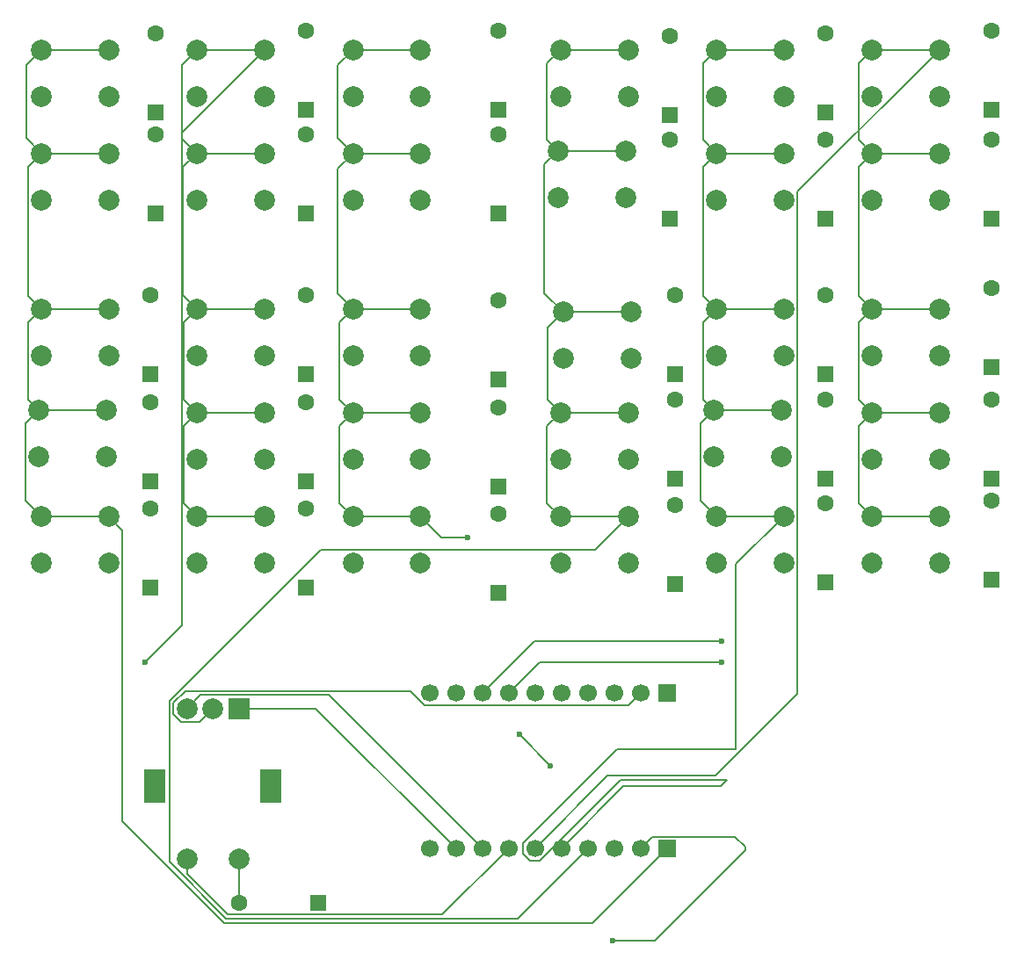
<source format=gbr>
%TF.GenerationSoftware,KiCad,Pcbnew,9.0.7*%
%TF.CreationDate,2026-01-22T21:08:17+09:00*%
%TF.ProjectId,YMMkeyboard,594d4d6b-6579-4626-9f61-72642e6b6963,rev?*%
%TF.SameCoordinates,Original*%
%TF.FileFunction,Copper,L2,Bot*%
%TF.FilePolarity,Positive*%
%FSLAX46Y46*%
G04 Gerber Fmt 4.6, Leading zero omitted, Abs format (unit mm)*
G04 Created by KiCad (PCBNEW 9.0.7) date 2026-01-22 21:08:17*
%MOMM*%
%LPD*%
G01*
G04 APERTURE LIST*
G04 Aperture macros list*
%AMRoundRect*
0 Rectangle with rounded corners*
0 $1 Rounding radius*
0 $2 $3 $4 $5 $6 $7 $8 $9 X,Y pos of 4 corners*
0 Add a 4 corners polygon primitive as box body*
4,1,4,$2,$3,$4,$5,$6,$7,$8,$9,$2,$3,0*
0 Add four circle primitives for the rounded corners*
1,1,$1+$1,$2,$3*
1,1,$1+$1,$4,$5*
1,1,$1+$1,$6,$7*
1,1,$1+$1,$8,$9*
0 Add four rect primitives between the rounded corners*
20,1,$1+$1,$2,$3,$4,$5,0*
20,1,$1+$1,$4,$5,$6,$7,0*
20,1,$1+$1,$6,$7,$8,$9,0*
20,1,$1+$1,$8,$9,$2,$3,0*%
G04 Aperture macros list end*
%TA.AperFunction,ComponentPad*%
%ADD10RoundRect,0.250000X0.550000X0.550000X-0.550000X0.550000X-0.550000X-0.550000X0.550000X-0.550000X0*%
%TD*%
%TA.AperFunction,ComponentPad*%
%ADD11C,1.600000*%
%TD*%
%TA.AperFunction,ComponentPad*%
%ADD12C,2.000000*%
%TD*%
%TA.AperFunction,ComponentPad*%
%ADD13RoundRect,0.250000X0.550000X-0.550000X0.550000X0.550000X-0.550000X0.550000X-0.550000X-0.550000X0*%
%TD*%
%TA.AperFunction,ComponentPad*%
%ADD14R,1.700000X1.700000*%
%TD*%
%TA.AperFunction,ComponentPad*%
%ADD15C,1.700000*%
%TD*%
%TA.AperFunction,ComponentPad*%
%ADD16R,2.000000X2.000000*%
%TD*%
%TA.AperFunction,ComponentPad*%
%ADD17R,2.000000X3.200000*%
%TD*%
%TA.AperFunction,ViaPad*%
%ADD18C,0.600000*%
%TD*%
%TA.AperFunction,Conductor*%
%ADD19C,0.200000*%
%TD*%
G04 APERTURE END LIST*
D10*
%TO.P,D32,1,K*%
%TO.N,Net-(D32-K)*%
X57620000Y-113250000D03*
D11*
%TO.P,D32,2,A*%
%TO.N,Net-(D32-A)*%
X50000000Y-113250000D03*
%TD*%
D12*
%TO.P,SW13,1,1*%
%TO.N,Net-(J3-Pin_6)*%
X111000000Y-41000000D03*
X117500000Y-41000000D03*
%TO.P,SW13,2,2*%
%TO.N,Net-(D12-K)*%
X111000000Y-45500000D03*
X117500000Y-45500000D03*
%TD*%
%TO.P,SW12,1,1*%
%TO.N,Net-(J3-Pin_5)*%
X96000000Y-41000000D03*
X102500000Y-41000000D03*
%TO.P,SW12,2,2*%
%TO.N,Net-(D11-K)*%
X96000000Y-45500000D03*
X102500000Y-45500000D03*
%TD*%
%TO.P,SW30,1,1*%
%TO.N,Net-(J3-Pin_5)*%
X96000000Y-76000000D03*
X102500000Y-76000000D03*
%TO.P,SW30,2,2*%
%TO.N,Net-(D29-K)*%
X96000000Y-80500000D03*
X102500000Y-80500000D03*
%TD*%
%TO.P,SW5,1,1*%
%TO.N,Net-(J3-Pin_4)*%
X81000000Y-31000000D03*
X87500000Y-31000000D03*
%TO.P,SW5,2,2*%
%TO.N,Net-(D4-K)*%
X81000000Y-35500000D03*
X87500000Y-35500000D03*
%TD*%
D13*
%TO.P,D21,1,K*%
%TO.N,Net-(D21-K)*%
X56500000Y-72620000D03*
D11*
%TO.P,D21,2,A*%
%TO.N,Net-(D20-K)*%
X56500000Y-65000000D03*
%TD*%
D13*
%TO.P,D14,1,K*%
%TO.N,Net-(D14-K)*%
X41500000Y-62310000D03*
D11*
%TO.P,D14,2,A*%
%TO.N,Net-(D14-A)*%
X41500000Y-54690000D03*
%TD*%
D13*
%TO.P,D9,1,K*%
%TO.N,Net-(D10-A)*%
X56500000Y-46810000D03*
D11*
%TO.P,D9,2,A*%
%TO.N,Net-(D8-K)*%
X56500000Y-39190000D03*
%TD*%
D14*
%TO.P,J3,1,Pin_1*%
%TO.N,Net-(J3-Pin_1)*%
X91220000Y-108000000D03*
D15*
%TO.P,J3,2,Pin_2*%
%TO.N,Net-(J3-Pin_2)*%
X88680000Y-108000000D03*
%TO.P,J3,3,Pin_3*%
%TO.N,Net-(J3-Pin_3)*%
X86140000Y-108000000D03*
%TO.P,J3,4,Pin_4*%
%TO.N,Net-(J3-Pin_4)*%
X83600000Y-108000000D03*
%TO.P,J3,5,Pin_5*%
%TO.N,Net-(J3-Pin_5)*%
X81060000Y-108000000D03*
%TO.P,J3,6,Pin_6*%
%TO.N,Net-(J3-Pin_6)*%
X78520000Y-108000000D03*
%TO.P,J3,7,Pin_7*%
%TO.N,Net-(J3-Pin_7)*%
X75980000Y-108000000D03*
%TO.P,J3,8,Pin_8*%
%TO.N,Net-(J3-Pin_8)*%
X73440000Y-108000000D03*
%TO.P,J3,9,Pin_9*%
%TO.N,Net-(J3-Pin_9)*%
X70900000Y-108000000D03*
%TO.P,J3,10*%
%TO.N,N/C*%
X68360000Y-108000000D03*
%TD*%
D13*
%TO.P,D2,1,K*%
%TO.N,Net-(D2-K)*%
X42000000Y-37000000D03*
D11*
%TO.P,D2,2,A*%
%TO.N,Net-(D2-A)*%
X42000000Y-29380000D03*
%TD*%
D12*
%TO.P,SW17,1,1*%
%TO.N,Net-(J3-Pin_4)*%
X81250000Y-56250000D03*
X87750000Y-56250000D03*
%TO.P,SW17,2,2*%
%TO.N,Net-(D16-K)*%
X81250000Y-60750000D03*
X87750000Y-60750000D03*
%TD*%
D13*
%TO.P,D6,1,K*%
%TO.N,Net-(D6-K)*%
X106500000Y-37000000D03*
D11*
%TO.P,D6,2,A*%
%TO.N,Net-(D5-K)*%
X106500000Y-29380000D03*
%TD*%
D14*
%TO.P,J2,1,Pin_1*%
%TO.N,Net-(J2-Pin_1)*%
X91260000Y-93000000D03*
D15*
%TO.P,J2,2,Pin_2*%
%TO.N,Net-(J2-Pin_2)*%
X88720000Y-93000000D03*
%TO.P,J2,3,Pin_3*%
%TO.N,Net-(J2-Pin_3)*%
X86180000Y-93000000D03*
%TO.P,J2,4,Pin_4*%
%TO.N,Net-(D32-K)*%
X83640000Y-93000000D03*
%TO.P,J2,5,Pin_5*%
%TO.N,Net-(D7-K)*%
X81100000Y-93000000D03*
%TO.P,J2,6,Pin_6*%
%TO.N,Net-(D13-K)*%
X78560000Y-93000000D03*
%TO.P,J2,7,Pin_7*%
%TO.N,Net-(D19-K)*%
X76020000Y-93000000D03*
%TO.P,J2,8,Pin_8*%
%TO.N,Net-(D25-K)*%
X73480000Y-93000000D03*
%TO.P,J2,9,Pin_9*%
%TO.N,Net-(D31-K)*%
X70940000Y-93000000D03*
%TO.P,J2,10*%
%TO.N,N/C*%
X68400000Y-93000000D03*
%TD*%
D13*
%TO.P,D30,1,K*%
%TO.N,Net-(D30-K)*%
X106500000Y-82310000D03*
D11*
%TO.P,D30,2,A*%
%TO.N,Net-(D29-K)*%
X106500000Y-74690000D03*
%TD*%
D13*
%TO.P,D10,1,K*%
%TO.N,Net-(D10-K)*%
X75000000Y-46810000D03*
D11*
%TO.P,D10,2,A*%
%TO.N,Net-(D10-A)*%
X75000000Y-39190000D03*
%TD*%
D12*
%TO.P,SW7,1,1*%
%TO.N,Net-(J3-Pin_6)*%
X111000000Y-31000000D03*
X117500000Y-31000000D03*
%TO.P,SW7,2,2*%
%TO.N,Net-(D6-K)*%
X111000000Y-35500000D03*
X117500000Y-35500000D03*
%TD*%
%TO.P,SW28,1,1*%
%TO.N,Net-(J3-Pin_3)*%
X61000000Y-76000000D03*
X67500000Y-76000000D03*
%TO.P,SW28,2,2*%
%TO.N,Net-(D27-K)*%
X61000000Y-80500000D03*
X67500000Y-80500000D03*
%TD*%
D13*
%TO.P,D12,1,K*%
%TO.N,Net-(D12-K)*%
X106500000Y-47310000D03*
D11*
%TO.P,D12,2,A*%
%TO.N,Net-(D11-K)*%
X106500000Y-39690000D03*
%TD*%
D13*
%TO.P,D20,1,K*%
%TO.N,Net-(D20-K)*%
X41500000Y-72620000D03*
D11*
%TO.P,D20,2,A*%
%TO.N,Net-(D20-A)*%
X41500000Y-65000000D03*
%TD*%
D13*
%TO.P,D31,1,K*%
%TO.N,Net-(D31-K)*%
X122500000Y-82120000D03*
D11*
%TO.P,D31,2,A*%
%TO.N,Net-(D30-K)*%
X122500000Y-74500000D03*
%TD*%
D12*
%TO.P,SW20,1,1*%
%TO.N,Net-(J3-Pin_1)*%
X30750000Y-65750000D03*
X37250000Y-65750000D03*
%TO.P,SW20,2,2*%
%TO.N,Net-(D20-A)*%
X30750000Y-70250000D03*
X37250000Y-70250000D03*
%TD*%
D13*
%TO.P,D18,1,K*%
%TO.N,Net-(D18-K)*%
X106500000Y-62310000D03*
D11*
%TO.P,D18,2,A*%
%TO.N,Net-(D17-K)*%
X106500000Y-54690000D03*
%TD*%
D12*
%TO.P,SW26,1,1*%
%TO.N,Net-(J3-Pin_1)*%
X31000000Y-76000000D03*
X37500000Y-76000000D03*
%TO.P,SW26,2,2*%
%TO.N,Net-(D26-A)*%
X31000000Y-80500000D03*
X37500000Y-80500000D03*
%TD*%
D13*
%TO.P,D7,1,K*%
%TO.N,Net-(D7-K)*%
X122500000Y-36810000D03*
D11*
%TO.P,D7,2,A*%
%TO.N,Net-(D6-K)*%
X122500000Y-29190000D03*
%TD*%
D13*
%TO.P,D28,1,K*%
%TO.N,Net-(D28-K)*%
X75000000Y-83310000D03*
D11*
%TO.P,D28,2,A*%
%TO.N,Net-(D27-K)*%
X75000000Y-75690000D03*
%TD*%
D13*
%TO.P,D19,1,K*%
%TO.N,Net-(D19-K)*%
X122500000Y-61620000D03*
D11*
%TO.P,D19,2,A*%
%TO.N,Net-(D18-K)*%
X122500000Y-54000000D03*
%TD*%
D12*
%TO.P,SW21,1,1*%
%TO.N,Net-(J3-Pin_2)*%
X46000000Y-66000000D03*
X52500000Y-66000000D03*
%TO.P,SW21,2,2*%
%TO.N,Net-(D20-K)*%
X46000000Y-70500000D03*
X52500000Y-70500000D03*
%TD*%
D13*
%TO.P,D13,1,K*%
%TO.N,Net-(D13-K)*%
X122500000Y-47310000D03*
D11*
%TO.P,D13,2,A*%
%TO.N,Net-(D12-K)*%
X122500000Y-39690000D03*
%TD*%
D12*
%TO.P,SW16,1,1*%
%TO.N,Net-(J3-Pin_3)*%
X61000000Y-56000000D03*
X67500000Y-56000000D03*
%TO.P,SW16,2,2*%
%TO.N,Net-(D15-K)*%
X61000000Y-60500000D03*
X67500000Y-60500000D03*
%TD*%
%TO.P,SW29,1,1*%
%TO.N,Net-(J3-Pin_4)*%
X81000000Y-76000000D03*
X87500000Y-76000000D03*
%TO.P,SW29,2,2*%
%TO.N,Net-(D28-K)*%
X81000000Y-80500000D03*
X87500000Y-80500000D03*
%TD*%
%TO.P,SW14,1,1*%
%TO.N,Net-(J3-Pin_1)*%
X31000000Y-56000000D03*
X37500000Y-56000000D03*
%TO.P,SW14,2,2*%
%TO.N,Net-(D14-A)*%
X31000000Y-60500000D03*
X37500000Y-60500000D03*
%TD*%
%TO.P,SW15,1,1*%
%TO.N,Net-(J3-Pin_2)*%
X46000000Y-56000000D03*
X52500000Y-56000000D03*
%TO.P,SW15,2,2*%
%TO.N,Net-(D14-K)*%
X46000000Y-60500000D03*
X52500000Y-60500000D03*
%TD*%
D13*
%TO.P,D23,1,K*%
%TO.N,Net-(D23-K)*%
X92000000Y-72310000D03*
D11*
%TO.P,D23,2,A*%
%TO.N,Net-(D22-K)*%
X92000000Y-64690000D03*
%TD*%
D13*
%TO.P,D3,1,K*%
%TO.N,Net-(D3-K)*%
X56500000Y-36810000D03*
D11*
%TO.P,D3,2,A*%
%TO.N,Net-(D2-K)*%
X56500000Y-29190000D03*
%TD*%
D13*
%TO.P,D27,1,K*%
%TO.N,Net-(D27-K)*%
X56500000Y-82810000D03*
D11*
%TO.P,D27,2,A*%
%TO.N,Net-(D26-K)*%
X56500000Y-75190000D03*
%TD*%
D12*
%TO.P,SW18,1,1*%
%TO.N,Net-(J3-Pin_5)*%
X96000000Y-56000000D03*
X102500000Y-56000000D03*
%TO.P,SW18,2,2*%
%TO.N,Net-(D17-K)*%
X96000000Y-60500000D03*
X102500000Y-60500000D03*
%TD*%
%TO.P,SW11,1,1*%
%TO.N,Net-(J3-Pin_4)*%
X80750000Y-40750000D03*
X87250000Y-40750000D03*
%TO.P,SW11,2,2*%
%TO.N,Net-(D10-K)*%
X80750000Y-45250000D03*
X87250000Y-45250000D03*
%TD*%
D13*
%TO.P,D29,1,K*%
%TO.N,Net-(D29-K)*%
X92000000Y-82500000D03*
D11*
%TO.P,D29,2,A*%
%TO.N,Net-(D28-K)*%
X92000000Y-74880000D03*
%TD*%
D12*
%TO.P,SW24,1,1*%
%TO.N,Net-(J3-Pin_5)*%
X95750000Y-65750000D03*
X102250000Y-65750000D03*
%TO.P,SW24,2,2*%
%TO.N,Net-(D23-K)*%
X95750000Y-70250000D03*
X102250000Y-70250000D03*
%TD*%
D13*
%TO.P,D26,1,K*%
%TO.N,Net-(D26-K)*%
X41500000Y-82810000D03*
D11*
%TO.P,D26,2,A*%
%TO.N,Net-(D26-A)*%
X41500000Y-75190000D03*
%TD*%
D12*
%TO.P,SW31,1,1*%
%TO.N,Net-(J3-Pin_6)*%
X111000000Y-76000000D03*
X117500000Y-76000000D03*
%TO.P,SW31,2,2*%
%TO.N,Net-(D30-K)*%
X111000000Y-80500000D03*
X117500000Y-80500000D03*
%TD*%
D13*
%TO.P,D5,1,K*%
%TO.N,Net-(D5-K)*%
X91500000Y-37310000D03*
D11*
%TO.P,D5,2,A*%
%TO.N,Net-(D4-K)*%
X91500000Y-29690000D03*
%TD*%
D13*
%TO.P,D4,1,K*%
%TO.N,Net-(D4-K)*%
X75000000Y-36810000D03*
D11*
%TO.P,D4,2,A*%
%TO.N,Net-(D3-K)*%
X75000000Y-29190000D03*
%TD*%
D12*
%TO.P,SW27,1,1*%
%TO.N,Net-(J3-Pin_2)*%
X46000000Y-76000000D03*
X52500000Y-76000000D03*
%TO.P,SW27,2,2*%
%TO.N,Net-(D26-K)*%
X46000000Y-80500000D03*
X52500000Y-80500000D03*
%TD*%
D13*
%TO.P,D24,1,K*%
%TO.N,Net-(D24-K)*%
X106500000Y-72310000D03*
D11*
%TO.P,D24,2,A*%
%TO.N,Net-(D23-K)*%
X106500000Y-64690000D03*
%TD*%
D13*
%TO.P,D17,1,K*%
%TO.N,Net-(D17-K)*%
X92000000Y-62310000D03*
D11*
%TO.P,D17,2,A*%
%TO.N,Net-(D16-K)*%
X92000000Y-54690000D03*
%TD*%
D12*
%TO.P,SW2,1,1*%
%TO.N,Net-(J3-Pin_1)*%
X31000000Y-31000000D03*
X37500000Y-31000000D03*
%TO.P,SW2,2,2*%
%TO.N,Net-(D2-A)*%
X31000000Y-35500000D03*
X37500000Y-35500000D03*
%TD*%
D13*
%TO.P,D8,1,K*%
%TO.N,Net-(D8-K)*%
X42000000Y-46810000D03*
D11*
%TO.P,D8,2,A*%
%TO.N,Net-(D8-A)*%
X42000000Y-39190000D03*
%TD*%
D13*
%TO.P,D15,1,K*%
%TO.N,Net-(D15-K)*%
X56500000Y-62310000D03*
D11*
%TO.P,D15,2,A*%
%TO.N,Net-(D14-K)*%
X56500000Y-54690000D03*
%TD*%
D12*
%TO.P,SW25,1,1*%
%TO.N,Net-(J3-Pin_6)*%
X111000000Y-66000000D03*
X117500000Y-66000000D03*
%TO.P,SW25,2,2*%
%TO.N,Net-(D24-K)*%
X111000000Y-70500000D03*
X117500000Y-70500000D03*
%TD*%
%TO.P,SW10,1,1*%
%TO.N,Net-(J3-Pin_3)*%
X61000000Y-41000000D03*
X67500000Y-41000000D03*
%TO.P,SW10,2,2*%
%TO.N,Net-(D10-A)*%
X61000000Y-45500000D03*
X67500000Y-45500000D03*
%TD*%
%TO.P,SW23,1,1*%
%TO.N,Net-(J3-Pin_4)*%
X81000000Y-66000000D03*
X87500000Y-66000000D03*
%TO.P,SW23,2,2*%
%TO.N,Net-(D22-K)*%
X81000000Y-70500000D03*
X87500000Y-70500000D03*
%TD*%
%TO.P,SW8,1,1*%
%TO.N,Net-(J3-Pin_1)*%
X31000000Y-41000000D03*
X37500000Y-41000000D03*
%TO.P,SW8,2,2*%
%TO.N,Net-(D8-A)*%
X31000000Y-45500000D03*
X37500000Y-45500000D03*
%TD*%
D13*
%TO.P,D22,1,K*%
%TO.N,Net-(D22-K)*%
X75000000Y-73120000D03*
D11*
%TO.P,D22,2,A*%
%TO.N,Net-(D21-K)*%
X75000000Y-65500000D03*
%TD*%
D12*
%TO.P,SW4,1,1*%
%TO.N,Net-(J3-Pin_3)*%
X61000000Y-31000000D03*
X67500000Y-31000000D03*
%TO.P,SW4,2,2*%
%TO.N,Net-(D3-K)*%
X61000000Y-35500000D03*
X67500000Y-35500000D03*
%TD*%
D13*
%TO.P,D16,1,K*%
%TO.N,Net-(D16-K)*%
X75000000Y-62810000D03*
D11*
%TO.P,D16,2,A*%
%TO.N,Net-(D15-K)*%
X75000000Y-55190000D03*
%TD*%
D12*
%TO.P,SW6,1,1*%
%TO.N,Net-(J3-Pin_5)*%
X96000000Y-31000000D03*
X102500000Y-31000000D03*
%TO.P,SW6,2,2*%
%TO.N,Net-(D5-K)*%
X96000000Y-35500000D03*
X102500000Y-35500000D03*
%TD*%
%TO.P,SW22,1,1*%
%TO.N,Net-(J3-Pin_3)*%
X61000000Y-66000000D03*
X67500000Y-66000000D03*
%TO.P,SW22,2,2*%
%TO.N,Net-(D21-K)*%
X61000000Y-70500000D03*
X67500000Y-70500000D03*
%TD*%
D13*
%TO.P,D11,1,K*%
%TO.N,Net-(D11-K)*%
X91500000Y-47310000D03*
D11*
%TO.P,D11,2,A*%
%TO.N,Net-(D10-K)*%
X91500000Y-39690000D03*
%TD*%
D13*
%TO.P,D25,1,K*%
%TO.N,Net-(D25-K)*%
X122500000Y-72310000D03*
D11*
%TO.P,D25,2,A*%
%TO.N,Net-(D24-K)*%
X122500000Y-64690000D03*
%TD*%
D12*
%TO.P,SW9,1,1*%
%TO.N,Net-(J3-Pin_2)*%
X45950000Y-41000000D03*
X52450000Y-41000000D03*
%TO.P,SW9,2,2*%
%TO.N,Net-(D8-K)*%
X45950000Y-45500000D03*
X52450000Y-45500000D03*
%TD*%
D16*
%TO.P,SW32,A,A*%
%TO.N,Net-(J3-Pin_9)*%
X50000000Y-94500000D03*
D12*
%TO.P,SW32,B,B*%
%TO.N,Net-(J3-Pin_8)*%
X45000000Y-94500000D03*
%TO.P,SW32,C,C*%
%TO.N,Net-(J2-Pin_2)*%
X47500000Y-94500000D03*
D17*
%TO.P,SW32,MP*%
%TO.N,N/C*%
X53100000Y-102000000D03*
X41900000Y-102000000D03*
D12*
%TO.P,SW32,S1,S1*%
%TO.N,Net-(J3-Pin_7)*%
X45000000Y-109000000D03*
%TO.P,SW32,S2,S2*%
%TO.N,Net-(D32-A)*%
X50000000Y-109000000D03*
%TD*%
%TO.P,SW3,1,1*%
%TO.N,Net-(J3-Pin_2)*%
X46000000Y-31000000D03*
X52500000Y-31000000D03*
%TO.P,SW3,2,2*%
%TO.N,Net-(D2-K)*%
X46000000Y-35500000D03*
X52500000Y-35500000D03*
%TD*%
%TO.P,SW19,1,1*%
%TO.N,Net-(J3-Pin_6)*%
X111000000Y-56000000D03*
X117500000Y-56000000D03*
%TO.P,SW19,2,2*%
%TO.N,Net-(D18-K)*%
X111000000Y-60500000D03*
X117500000Y-60500000D03*
%TD*%
D18*
%TO.N,Net-(D19-K)*%
X96500000Y-90000000D03*
%TO.N,Net-(D25-K)*%
X96500000Y-88000000D03*
%TO.N,Net-(J3-Pin_2)*%
X41000000Y-90000000D03*
X86000000Y-116899000D03*
%TO.N,Net-(J3-Pin_3)*%
X80000000Y-100000000D03*
X72000000Y-78000000D03*
X77000000Y-97000000D03*
%TD*%
D19*
%TO.N,Net-(D19-K)*%
X76020000Y-93000000D02*
X79020000Y-90000000D01*
X79020000Y-90000000D02*
X96500000Y-90000000D01*
%TO.N,Net-(D25-K)*%
X73480000Y-93000000D02*
X78480000Y-88000000D01*
X78480000Y-88000000D02*
X96500000Y-88000000D01*
%TO.N,Net-(D32-A)*%
X50000000Y-109000000D02*
X50000000Y-113250000D01*
%TO.N,Net-(J3-Pin_1)*%
X37500000Y-31000000D02*
X31000000Y-31000000D01*
X29699000Y-42301000D02*
X29699000Y-54699000D01*
X29449000Y-67051000D02*
X29449000Y-74449000D01*
X31000000Y-41000000D02*
X29699000Y-42301000D01*
X38801000Y-77301000D02*
X37500000Y-76000000D01*
X37250000Y-65750000D02*
X30750000Y-65750000D01*
X37500000Y-56000000D02*
X31000000Y-56000000D01*
X29699000Y-64699000D02*
X30750000Y-65750000D01*
X37500000Y-76000000D02*
X31000000Y-76000000D01*
X38801000Y-105349413D02*
X38801000Y-77301000D01*
X37500000Y-41000000D02*
X31000000Y-41000000D01*
X29500000Y-32500000D02*
X29500000Y-39500000D01*
X29699000Y-54699000D02*
X31000000Y-56000000D01*
X30750000Y-65750000D02*
X29449000Y-67051000D01*
X29699000Y-57301000D02*
X29699000Y-64699000D01*
X29449000Y-74449000D02*
X31000000Y-76000000D01*
X31000000Y-56000000D02*
X29699000Y-57301000D01*
X91220000Y-108000000D02*
X84067000Y-115153000D01*
X48604587Y-115153000D02*
X38801000Y-105349413D01*
X84067000Y-115153000D02*
X48604587Y-115153000D01*
X29500000Y-39500000D02*
X31000000Y-41000000D01*
X31000000Y-31000000D02*
X29500000Y-32500000D01*
%TO.N,Net-(J3-Pin_2)*%
X44699000Y-67301000D02*
X44699000Y-74699000D01*
X44699000Y-74699000D02*
X46000000Y-76000000D01*
X46000000Y-56000000D02*
X44699000Y-57301000D01*
X52500000Y-56000000D02*
X46000000Y-56000000D01*
X97816100Y-106849000D02*
X89831000Y-106849000D01*
X52500000Y-66000000D02*
X46000000Y-66000000D01*
X98801000Y-107833900D02*
X97816100Y-106849000D01*
X52500000Y-76000000D02*
X46000000Y-76000000D01*
X44699000Y-64699000D02*
X46000000Y-66000000D01*
X89831000Y-106849000D02*
X88680000Y-108000000D01*
X45950000Y-41000000D02*
X44649000Y-42301000D01*
X46000000Y-66000000D02*
X44699000Y-67301000D01*
X44500000Y-32500000D02*
X44500000Y-39550000D01*
X90068100Y-116899000D02*
X98801000Y-108166100D01*
X44500000Y-39000000D02*
X44500000Y-86500000D01*
X98801000Y-108166100D02*
X98801000Y-107833900D01*
X44649000Y-54649000D02*
X46000000Y-56000000D01*
X52500000Y-31000000D02*
X46000000Y-31000000D01*
X44649000Y-42301000D02*
X44649000Y-54649000D01*
X44500000Y-86500000D02*
X41000000Y-90000000D01*
X44699000Y-57301000D02*
X44699000Y-64699000D01*
X46000000Y-31000000D02*
X44500000Y-32500000D01*
X45950000Y-41000000D02*
X52450000Y-41000000D01*
X52500000Y-31000000D02*
X44500000Y-39000000D01*
X86000000Y-116899000D02*
X90068100Y-116899000D01*
X44500000Y-39550000D02*
X45950000Y-41000000D01*
%TO.N,Net-(J3-Pin_3)*%
X59500000Y-42500000D02*
X59500000Y-54500000D01*
X67500000Y-56000000D02*
X61000000Y-56000000D01*
X69500000Y-78000000D02*
X72000000Y-78000000D01*
X59500000Y-54500000D02*
X61000000Y-56000000D01*
X67500000Y-31000000D02*
X61000000Y-31000000D01*
X67500000Y-76000000D02*
X69500000Y-78000000D01*
X59500000Y-32500000D02*
X59500000Y-39500000D01*
X61000000Y-41000000D02*
X59500000Y-42500000D01*
X67500000Y-76000000D02*
X61000000Y-76000000D01*
X59699000Y-74699000D02*
X59699000Y-67301000D01*
X61000000Y-76000000D02*
X59699000Y-74699000D01*
X77000000Y-97000000D02*
X80000000Y-100000000D01*
X67500000Y-41000000D02*
X61000000Y-41000000D01*
X67500000Y-66000000D02*
X61000000Y-66000000D01*
X59699000Y-57301000D02*
X61000000Y-56000000D01*
X61000000Y-31000000D02*
X59500000Y-32500000D01*
X59500000Y-39500000D02*
X61000000Y-41000000D01*
X59699000Y-64699000D02*
X59699000Y-57301000D01*
X59699000Y-67301000D02*
X61000000Y-66000000D01*
X61000000Y-66000000D02*
X59699000Y-64699000D01*
%TO.N,Net-(J3-Pin_4)*%
X81000000Y-31000000D02*
X79699000Y-32301000D01*
X81000000Y-76000000D02*
X79699000Y-74699000D01*
X79449000Y-42051000D02*
X79449000Y-54449000D01*
X48770687Y-114752000D02*
X43298000Y-109279313D01*
X84320340Y-79179660D02*
X87500000Y-76000000D01*
X79750000Y-57750000D02*
X81250000Y-56250000D01*
X79449000Y-54449000D02*
X81250000Y-56250000D01*
X57913348Y-79179660D02*
X84320340Y-79179660D01*
X80750000Y-40750000D02*
X79449000Y-42051000D01*
X87500000Y-66000000D02*
X81000000Y-66000000D01*
X87500000Y-31000000D02*
X81000000Y-31000000D01*
X81250000Y-56250000D02*
X87750000Y-56250000D01*
X79699000Y-67301000D02*
X81000000Y-66000000D01*
X43298000Y-93795008D02*
X57913348Y-79179660D01*
X43298000Y-109279313D02*
X43298000Y-93795008D01*
X79750000Y-64750000D02*
X79750000Y-57750000D01*
X80750000Y-40750000D02*
X87250000Y-40750000D01*
X87500000Y-76000000D02*
X81000000Y-76000000D01*
X79699000Y-74699000D02*
X79699000Y-67301000D01*
X79699000Y-39699000D02*
X80750000Y-40750000D01*
X76848000Y-114752000D02*
X48770687Y-114752000D01*
X83600000Y-108000000D02*
X76848000Y-114752000D01*
X81000000Y-66000000D02*
X79750000Y-64750000D01*
X79699000Y-32301000D02*
X79699000Y-39699000D01*
%TO.N,Net-(J3-Pin_5)*%
X94449000Y-67051000D02*
X95750000Y-65750000D01*
X94699000Y-57301000D02*
X96000000Y-56000000D01*
X94699000Y-64699000D02*
X94699000Y-57301000D01*
X95750000Y-65750000D02*
X94699000Y-64699000D01*
X102500000Y-76000000D02*
X96000000Y-76000000D01*
X96000000Y-41000000D02*
X102500000Y-41000000D01*
X86746760Y-101401000D02*
X78996760Y-109151000D01*
X96000000Y-76000000D02*
X94449000Y-74449000D01*
X78996760Y-109151000D02*
X78043240Y-109151000D01*
X94699000Y-39699000D02*
X94699000Y-32301000D01*
X94699000Y-54699000D02*
X94699000Y-42301000D01*
X102250000Y-65750000D02*
X95750000Y-65750000D01*
X97900000Y-98432900D02*
X97900000Y-80600000D01*
X77369000Y-108476760D02*
X77369000Y-107523240D01*
X94449000Y-74449000D02*
X94449000Y-67051000D01*
X77369000Y-107523240D02*
X86459340Y-98432900D01*
X96000000Y-56000000D02*
X94699000Y-54699000D01*
X78043240Y-109151000D02*
X77369000Y-108476760D01*
X81060000Y-108000000D02*
X87060000Y-102000000D01*
X94699000Y-42301000D02*
X96000000Y-41000000D01*
X87060000Y-102000000D02*
X96400000Y-102000000D01*
X102500000Y-56000000D02*
X96000000Y-56000000D01*
X86459340Y-98432900D02*
X97900000Y-98432900D01*
X94699000Y-32301000D02*
X96000000Y-31000000D01*
X96400000Y-102000000D02*
X96999000Y-101401000D01*
X96000000Y-31000000D02*
X102500000Y-31000000D01*
X97900000Y-80600000D02*
X102500000Y-76000000D01*
X96000000Y-41000000D02*
X94699000Y-39699000D01*
X96999000Y-101401000D02*
X86746760Y-101401000D01*
%TO.N,Net-(J3-Pin_6)*%
X109699000Y-42301000D02*
X109699000Y-54699000D01*
X109699000Y-67301000D02*
X109699000Y-74699000D01*
X109699000Y-32301000D02*
X111000000Y-31000000D01*
X111000000Y-66000000D02*
X109699000Y-67301000D01*
X111000000Y-41000000D02*
X117500000Y-41000000D01*
X111000000Y-41000000D02*
X109699000Y-39699000D01*
X111000000Y-66000000D02*
X117500000Y-66000000D01*
X109699000Y-74699000D02*
X111000000Y-76000000D01*
X111000000Y-41000000D02*
X109699000Y-42301000D01*
X103801000Y-44699000D02*
X103801000Y-93099000D01*
X111000000Y-31000000D02*
X117500000Y-31000000D01*
X111000000Y-66000000D02*
X109699000Y-64699000D01*
X117500000Y-76000000D02*
X111000000Y-76000000D01*
X95900000Y-101000000D02*
X85520000Y-101000000D01*
X109699000Y-64699000D02*
X109699000Y-57301000D01*
X103801000Y-93099000D02*
X95900000Y-101000000D01*
X85520000Y-101000000D02*
X78520000Y-108000000D01*
X109699000Y-57301000D02*
X111000000Y-56000000D01*
X117500000Y-56000000D02*
X111000000Y-56000000D01*
X109699000Y-39699000D02*
X109699000Y-32301000D01*
X117500000Y-31000000D02*
X103801000Y-44699000D01*
X109699000Y-54699000D02*
X111000000Y-56000000D01*
%TO.N,Net-(J3-Pin_8)*%
X46301000Y-93199000D02*
X58639000Y-93199000D01*
X45000000Y-94500000D02*
X46301000Y-93199000D01*
X58639000Y-93199000D02*
X73440000Y-108000000D01*
%TO.N,Net-(J3-Pin_9)*%
X50000000Y-94500000D02*
X57400000Y-94500000D01*
X57400000Y-94500000D02*
X70900000Y-108000000D01*
%TO.N,Net-(J2-Pin_2)*%
X47500000Y-94500000D02*
X46199000Y-95801000D01*
X43699000Y-93961108D02*
X44862108Y-92798000D01*
X46199000Y-95801000D02*
X44461108Y-95801000D01*
X67923240Y-94151000D02*
X87569000Y-94151000D01*
X44461108Y-95801000D02*
X43699000Y-95038892D01*
X66570240Y-92798000D02*
X67923240Y-94151000D01*
X87569000Y-94151000D02*
X88720000Y-93000000D01*
X44862108Y-92798000D02*
X66570240Y-92798000D01*
X43699000Y-95038892D02*
X43699000Y-93961108D01*
%TO.N,Net-(J3-Pin_7)*%
X48936787Y-114351000D02*
X45000000Y-110414213D01*
X45000000Y-110414213D02*
X45000000Y-109000000D01*
X75980000Y-108000000D02*
X69629000Y-114351000D01*
X69629000Y-114351000D02*
X48936787Y-114351000D01*
%TD*%
M02*

</source>
